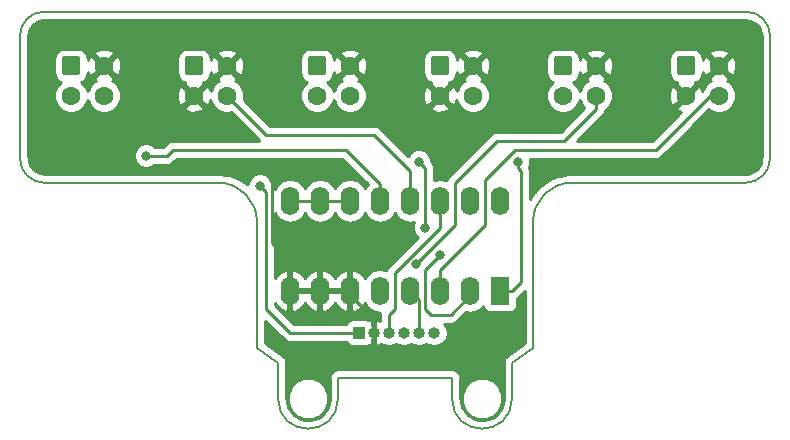
<source format=gbr>
%TF.GenerationSoftware,KiCad,Pcbnew,(5.0.1-3-g963ef8bb5)*%
%TF.CreationDate,2018-11-27T10:46:30+01:00*%
%TF.ProjectId,sensores,73656E736F7265732E6B696361645F70,rev?*%
%TF.SameCoordinates,Original*%
%TF.FileFunction,Copper,L1,Top,Signal*%
%TF.FilePolarity,Positive*%
%FSLAX46Y46*%
G04 Gerber Fmt 4.6, Leading zero omitted, Abs format (unit mm)*
G04 Created by KiCad (PCBNEW (5.0.1-3-g963ef8bb5)) date 2018 November 27, Tuesday 10:46:30*
%MOMM*%
%LPD*%
G01*
G04 APERTURE LIST*
%ADD10C,0.150000*%
%ADD11C,0.200000*%
%ADD12R,1.000000X1.000000*%
%ADD13O,1.000000X1.000000*%
%ADD14C,1.600000*%
%ADD15C,0.100000*%
%ADD16R,1.600000X2.400000*%
%ADD17O,1.600000X2.400000*%
%ADD18C,0.800000*%
%ADD19C,0.250000*%
%ADD20C,0.254000*%
G04 APERTURE END LIST*
D10*
X134620000Y-95504000D02*
X134620000Y-97282000D01*
X124968000Y-95504000D02*
X124968000Y-97282000D01*
X124968000Y-95504000D02*
X134620000Y-95504000D01*
X139700000Y-97282000D02*
G75*
G02X134620000Y-97282000I-2540000J0D01*
G01*
X124968000Y-97282000D02*
G75*
G02X119888000Y-97282000I-2540000J0D01*
G01*
X141478000Y-82296000D02*
X141478000Y-92964000D01*
X118110000Y-82296000D02*
X118110000Y-92964000D01*
X100076000Y-78994000D02*
X114808000Y-78994000D01*
X98044000Y-66548000D02*
X98044000Y-76962000D01*
X159512000Y-64516000D02*
X100076000Y-64516000D01*
X161544000Y-76962000D02*
X161544000Y-66548000D01*
X144780000Y-78994000D02*
X159512000Y-78994000D01*
D11*
X141478000Y-82296000D02*
G75*
G02X144780000Y-78994000I3302000J0D01*
G01*
X114808000Y-78994000D02*
G75*
G02X118110000Y-82296000I0J-3302000D01*
G01*
X100076000Y-78994000D02*
G75*
G02X98044000Y-76962000I0J2032000D01*
G01*
X161544000Y-76962000D02*
G75*
G02X159512000Y-78994000I-2032000J0D01*
G01*
D10*
X159512000Y-64516000D02*
G75*
G02X161544000Y-66548000I0J-2032000D01*
G01*
X98044000Y-66548000D02*
G75*
G02X100076000Y-64516000I2032000J0D01*
G01*
X118110000Y-92964000D02*
X119888000Y-94234000D01*
X139700000Y-94234000D02*
X141478000Y-92964000D01*
X139700000Y-94234000D02*
X139700000Y-97282000D01*
X119888000Y-94234000D02*
X119888000Y-97282000D01*
D12*
X126746000Y-91694000D03*
D13*
X128016000Y-91694000D03*
X129286000Y-91694000D03*
X130556000Y-91694000D03*
X131826000Y-91694000D03*
X133096000Y-91694000D03*
D14*
X105162000Y-69088000D03*
X105162000Y-71628000D03*
X102362000Y-71628000D03*
D15*
G36*
X102936865Y-68289202D02*
X102961095Y-68292796D01*
X102984855Y-68298748D01*
X103007918Y-68307000D01*
X103030061Y-68317472D01*
X103051070Y-68330065D01*
X103070745Y-68344657D01*
X103088894Y-68361106D01*
X103105343Y-68379255D01*
X103119935Y-68398930D01*
X103132528Y-68419939D01*
X103143000Y-68442082D01*
X103151252Y-68465145D01*
X103157204Y-68488905D01*
X103160798Y-68513135D01*
X103162000Y-68537600D01*
X103162000Y-69638400D01*
X103160798Y-69662865D01*
X103157204Y-69687095D01*
X103151252Y-69710855D01*
X103143000Y-69733918D01*
X103132528Y-69756061D01*
X103119935Y-69777070D01*
X103105343Y-69796745D01*
X103088894Y-69814894D01*
X103070745Y-69831343D01*
X103051070Y-69845935D01*
X103030061Y-69858528D01*
X103007918Y-69869000D01*
X102984855Y-69877252D01*
X102961095Y-69883204D01*
X102936865Y-69886798D01*
X102912400Y-69888000D01*
X101811600Y-69888000D01*
X101787135Y-69886798D01*
X101762905Y-69883204D01*
X101739145Y-69877252D01*
X101716082Y-69869000D01*
X101693939Y-69858528D01*
X101672930Y-69845935D01*
X101653255Y-69831343D01*
X101635106Y-69814894D01*
X101618657Y-69796745D01*
X101604065Y-69777070D01*
X101591472Y-69756061D01*
X101581000Y-69733918D01*
X101572748Y-69710855D01*
X101566796Y-69687095D01*
X101563202Y-69662865D01*
X101562000Y-69638400D01*
X101562000Y-68537600D01*
X101563202Y-68513135D01*
X101566796Y-68488905D01*
X101572748Y-68465145D01*
X101581000Y-68442082D01*
X101591472Y-68419939D01*
X101604065Y-68398930D01*
X101618657Y-68379255D01*
X101635106Y-68361106D01*
X101653255Y-68344657D01*
X101672930Y-68330065D01*
X101693939Y-68317472D01*
X101716082Y-68307000D01*
X101739145Y-68298748D01*
X101762905Y-68292796D01*
X101787135Y-68289202D01*
X101811600Y-68288000D01*
X102912400Y-68288000D01*
X102936865Y-68289202D01*
X102936865Y-68289202D01*
G37*
D14*
X102362000Y-69088000D03*
D15*
G36*
X113350865Y-68289202D02*
X113375095Y-68292796D01*
X113398855Y-68298748D01*
X113421918Y-68307000D01*
X113444061Y-68317472D01*
X113465070Y-68330065D01*
X113484745Y-68344657D01*
X113502894Y-68361106D01*
X113519343Y-68379255D01*
X113533935Y-68398930D01*
X113546528Y-68419939D01*
X113557000Y-68442082D01*
X113565252Y-68465145D01*
X113571204Y-68488905D01*
X113574798Y-68513135D01*
X113576000Y-68537600D01*
X113576000Y-69638400D01*
X113574798Y-69662865D01*
X113571204Y-69687095D01*
X113565252Y-69710855D01*
X113557000Y-69733918D01*
X113546528Y-69756061D01*
X113533935Y-69777070D01*
X113519343Y-69796745D01*
X113502894Y-69814894D01*
X113484745Y-69831343D01*
X113465070Y-69845935D01*
X113444061Y-69858528D01*
X113421918Y-69869000D01*
X113398855Y-69877252D01*
X113375095Y-69883204D01*
X113350865Y-69886798D01*
X113326400Y-69888000D01*
X112225600Y-69888000D01*
X112201135Y-69886798D01*
X112176905Y-69883204D01*
X112153145Y-69877252D01*
X112130082Y-69869000D01*
X112107939Y-69858528D01*
X112086930Y-69845935D01*
X112067255Y-69831343D01*
X112049106Y-69814894D01*
X112032657Y-69796745D01*
X112018065Y-69777070D01*
X112005472Y-69756061D01*
X111995000Y-69733918D01*
X111986748Y-69710855D01*
X111980796Y-69687095D01*
X111977202Y-69662865D01*
X111976000Y-69638400D01*
X111976000Y-68537600D01*
X111977202Y-68513135D01*
X111980796Y-68488905D01*
X111986748Y-68465145D01*
X111995000Y-68442082D01*
X112005472Y-68419939D01*
X112018065Y-68398930D01*
X112032657Y-68379255D01*
X112049106Y-68361106D01*
X112067255Y-68344657D01*
X112086930Y-68330065D01*
X112107939Y-68317472D01*
X112130082Y-68307000D01*
X112153145Y-68298748D01*
X112176905Y-68292796D01*
X112201135Y-68289202D01*
X112225600Y-68288000D01*
X113326400Y-68288000D01*
X113350865Y-68289202D01*
X113350865Y-68289202D01*
G37*
D14*
X112776000Y-69088000D03*
X112776000Y-71628000D03*
X115576000Y-71628000D03*
X115576000Y-69088000D03*
X125990000Y-69088000D03*
X125990000Y-71628000D03*
X123190000Y-71628000D03*
D15*
G36*
X123764865Y-68289202D02*
X123789095Y-68292796D01*
X123812855Y-68298748D01*
X123835918Y-68307000D01*
X123858061Y-68317472D01*
X123879070Y-68330065D01*
X123898745Y-68344657D01*
X123916894Y-68361106D01*
X123933343Y-68379255D01*
X123947935Y-68398930D01*
X123960528Y-68419939D01*
X123971000Y-68442082D01*
X123979252Y-68465145D01*
X123985204Y-68488905D01*
X123988798Y-68513135D01*
X123990000Y-68537600D01*
X123990000Y-69638400D01*
X123988798Y-69662865D01*
X123985204Y-69687095D01*
X123979252Y-69710855D01*
X123971000Y-69733918D01*
X123960528Y-69756061D01*
X123947935Y-69777070D01*
X123933343Y-69796745D01*
X123916894Y-69814894D01*
X123898745Y-69831343D01*
X123879070Y-69845935D01*
X123858061Y-69858528D01*
X123835918Y-69869000D01*
X123812855Y-69877252D01*
X123789095Y-69883204D01*
X123764865Y-69886798D01*
X123740400Y-69888000D01*
X122639600Y-69888000D01*
X122615135Y-69886798D01*
X122590905Y-69883204D01*
X122567145Y-69877252D01*
X122544082Y-69869000D01*
X122521939Y-69858528D01*
X122500930Y-69845935D01*
X122481255Y-69831343D01*
X122463106Y-69814894D01*
X122446657Y-69796745D01*
X122432065Y-69777070D01*
X122419472Y-69756061D01*
X122409000Y-69733918D01*
X122400748Y-69710855D01*
X122394796Y-69687095D01*
X122391202Y-69662865D01*
X122390000Y-69638400D01*
X122390000Y-68537600D01*
X122391202Y-68513135D01*
X122394796Y-68488905D01*
X122400748Y-68465145D01*
X122409000Y-68442082D01*
X122419472Y-68419939D01*
X122432065Y-68398930D01*
X122446657Y-68379255D01*
X122463106Y-68361106D01*
X122481255Y-68344657D01*
X122500930Y-68330065D01*
X122521939Y-68317472D01*
X122544082Y-68307000D01*
X122567145Y-68298748D01*
X122590905Y-68292796D01*
X122615135Y-68289202D01*
X122639600Y-68288000D01*
X123740400Y-68288000D01*
X123764865Y-68289202D01*
X123764865Y-68289202D01*
G37*
D14*
X123190000Y-69088000D03*
D15*
G36*
X134178865Y-68289202D02*
X134203095Y-68292796D01*
X134226855Y-68298748D01*
X134249918Y-68307000D01*
X134272061Y-68317472D01*
X134293070Y-68330065D01*
X134312745Y-68344657D01*
X134330894Y-68361106D01*
X134347343Y-68379255D01*
X134361935Y-68398930D01*
X134374528Y-68419939D01*
X134385000Y-68442082D01*
X134393252Y-68465145D01*
X134399204Y-68488905D01*
X134402798Y-68513135D01*
X134404000Y-68537600D01*
X134404000Y-69638400D01*
X134402798Y-69662865D01*
X134399204Y-69687095D01*
X134393252Y-69710855D01*
X134385000Y-69733918D01*
X134374528Y-69756061D01*
X134361935Y-69777070D01*
X134347343Y-69796745D01*
X134330894Y-69814894D01*
X134312745Y-69831343D01*
X134293070Y-69845935D01*
X134272061Y-69858528D01*
X134249918Y-69869000D01*
X134226855Y-69877252D01*
X134203095Y-69883204D01*
X134178865Y-69886798D01*
X134154400Y-69888000D01*
X133053600Y-69888000D01*
X133029135Y-69886798D01*
X133004905Y-69883204D01*
X132981145Y-69877252D01*
X132958082Y-69869000D01*
X132935939Y-69858528D01*
X132914930Y-69845935D01*
X132895255Y-69831343D01*
X132877106Y-69814894D01*
X132860657Y-69796745D01*
X132846065Y-69777070D01*
X132833472Y-69756061D01*
X132823000Y-69733918D01*
X132814748Y-69710855D01*
X132808796Y-69687095D01*
X132805202Y-69662865D01*
X132804000Y-69638400D01*
X132804000Y-68537600D01*
X132805202Y-68513135D01*
X132808796Y-68488905D01*
X132814748Y-68465145D01*
X132823000Y-68442082D01*
X132833472Y-68419939D01*
X132846065Y-68398930D01*
X132860657Y-68379255D01*
X132877106Y-68361106D01*
X132895255Y-68344657D01*
X132914930Y-68330065D01*
X132935939Y-68317472D01*
X132958082Y-68307000D01*
X132981145Y-68298748D01*
X133004905Y-68292796D01*
X133029135Y-68289202D01*
X133053600Y-68288000D01*
X134154400Y-68288000D01*
X134178865Y-68289202D01*
X134178865Y-68289202D01*
G37*
D14*
X133604000Y-69088000D03*
X133604000Y-71628000D03*
X136404000Y-71628000D03*
X136404000Y-69088000D03*
X146818000Y-69088000D03*
X146818000Y-71628000D03*
X144018000Y-71628000D03*
D15*
G36*
X144592865Y-68289202D02*
X144617095Y-68292796D01*
X144640855Y-68298748D01*
X144663918Y-68307000D01*
X144686061Y-68317472D01*
X144707070Y-68330065D01*
X144726745Y-68344657D01*
X144744894Y-68361106D01*
X144761343Y-68379255D01*
X144775935Y-68398930D01*
X144788528Y-68419939D01*
X144799000Y-68442082D01*
X144807252Y-68465145D01*
X144813204Y-68488905D01*
X144816798Y-68513135D01*
X144818000Y-68537600D01*
X144818000Y-69638400D01*
X144816798Y-69662865D01*
X144813204Y-69687095D01*
X144807252Y-69710855D01*
X144799000Y-69733918D01*
X144788528Y-69756061D01*
X144775935Y-69777070D01*
X144761343Y-69796745D01*
X144744894Y-69814894D01*
X144726745Y-69831343D01*
X144707070Y-69845935D01*
X144686061Y-69858528D01*
X144663918Y-69869000D01*
X144640855Y-69877252D01*
X144617095Y-69883204D01*
X144592865Y-69886798D01*
X144568400Y-69888000D01*
X143467600Y-69888000D01*
X143443135Y-69886798D01*
X143418905Y-69883204D01*
X143395145Y-69877252D01*
X143372082Y-69869000D01*
X143349939Y-69858528D01*
X143328930Y-69845935D01*
X143309255Y-69831343D01*
X143291106Y-69814894D01*
X143274657Y-69796745D01*
X143260065Y-69777070D01*
X143247472Y-69756061D01*
X143237000Y-69733918D01*
X143228748Y-69710855D01*
X143222796Y-69687095D01*
X143219202Y-69662865D01*
X143218000Y-69638400D01*
X143218000Y-68537600D01*
X143219202Y-68513135D01*
X143222796Y-68488905D01*
X143228748Y-68465145D01*
X143237000Y-68442082D01*
X143247472Y-68419939D01*
X143260065Y-68398930D01*
X143274657Y-68379255D01*
X143291106Y-68361106D01*
X143309255Y-68344657D01*
X143328930Y-68330065D01*
X143349939Y-68317472D01*
X143372082Y-68307000D01*
X143395145Y-68298748D01*
X143418905Y-68292796D01*
X143443135Y-68289202D01*
X143467600Y-68288000D01*
X144568400Y-68288000D01*
X144592865Y-68289202D01*
X144592865Y-68289202D01*
G37*
D14*
X144018000Y-69088000D03*
D15*
G36*
X155006865Y-68289202D02*
X155031095Y-68292796D01*
X155054855Y-68298748D01*
X155077918Y-68307000D01*
X155100061Y-68317472D01*
X155121070Y-68330065D01*
X155140745Y-68344657D01*
X155158894Y-68361106D01*
X155175343Y-68379255D01*
X155189935Y-68398930D01*
X155202528Y-68419939D01*
X155213000Y-68442082D01*
X155221252Y-68465145D01*
X155227204Y-68488905D01*
X155230798Y-68513135D01*
X155232000Y-68537600D01*
X155232000Y-69638400D01*
X155230798Y-69662865D01*
X155227204Y-69687095D01*
X155221252Y-69710855D01*
X155213000Y-69733918D01*
X155202528Y-69756061D01*
X155189935Y-69777070D01*
X155175343Y-69796745D01*
X155158894Y-69814894D01*
X155140745Y-69831343D01*
X155121070Y-69845935D01*
X155100061Y-69858528D01*
X155077918Y-69869000D01*
X155054855Y-69877252D01*
X155031095Y-69883204D01*
X155006865Y-69886798D01*
X154982400Y-69888000D01*
X153881600Y-69888000D01*
X153857135Y-69886798D01*
X153832905Y-69883204D01*
X153809145Y-69877252D01*
X153786082Y-69869000D01*
X153763939Y-69858528D01*
X153742930Y-69845935D01*
X153723255Y-69831343D01*
X153705106Y-69814894D01*
X153688657Y-69796745D01*
X153674065Y-69777070D01*
X153661472Y-69756061D01*
X153651000Y-69733918D01*
X153642748Y-69710855D01*
X153636796Y-69687095D01*
X153633202Y-69662865D01*
X153632000Y-69638400D01*
X153632000Y-68537600D01*
X153633202Y-68513135D01*
X153636796Y-68488905D01*
X153642748Y-68465145D01*
X153651000Y-68442082D01*
X153661472Y-68419939D01*
X153674065Y-68398930D01*
X153688657Y-68379255D01*
X153705106Y-68361106D01*
X153723255Y-68344657D01*
X153742930Y-68330065D01*
X153763939Y-68317472D01*
X153786082Y-68307000D01*
X153809145Y-68298748D01*
X153832905Y-68292796D01*
X153857135Y-68289202D01*
X153881600Y-68288000D01*
X154982400Y-68288000D01*
X155006865Y-68289202D01*
X155006865Y-68289202D01*
G37*
D14*
X154432000Y-69088000D03*
X154432000Y-71628000D03*
X157232000Y-71628000D03*
X157232000Y-69088000D03*
D16*
X138684000Y-88138000D03*
D17*
X120904000Y-80518000D03*
X136144000Y-88138000D03*
X123444000Y-80518000D03*
X133604000Y-88138000D03*
X125984000Y-80518000D03*
X131064000Y-88138000D03*
X128524000Y-80518000D03*
X128524000Y-88138000D03*
X131064000Y-80518000D03*
X125984000Y-88138000D03*
X133604000Y-80518000D03*
X123444000Y-88138000D03*
X136144000Y-80518000D03*
X120904000Y-88138000D03*
X138684000Y-80518000D03*
D18*
X118364000Y-79248000D03*
X119380000Y-78232000D03*
X108712000Y-76708000D03*
X140208000Y-77216000D03*
X131820000Y-77210000D03*
X132334000Y-82804000D03*
X133604000Y-85090000D03*
X131576653Y-85856653D03*
D19*
X118872000Y-89662000D02*
X118872000Y-79756000D01*
X118872000Y-79756000D02*
X118364000Y-79248000D01*
X120904000Y-91694000D02*
X118872000Y-89662000D01*
X126746000Y-91694000D02*
X120904000Y-91694000D01*
X120904000Y-88138000D02*
X123444000Y-88138000D01*
X123444000Y-88138000D02*
X125984000Y-88138000D01*
X128016000Y-90986894D02*
X128016000Y-91694000D01*
X125984000Y-88538000D02*
X128016000Y-90570000D01*
X128016000Y-90570000D02*
X128016000Y-90986894D01*
X125984000Y-88138000D02*
X125984000Y-88538000D01*
X120904000Y-85598000D02*
X120904000Y-88138000D01*
X119380000Y-84074000D02*
X120904000Y-85598000D01*
X119380000Y-78232000D02*
X119380000Y-84074000D01*
X129794000Y-86614000D02*
X133604000Y-82804000D01*
X129794000Y-89662000D02*
X129794000Y-86614000D01*
X129286000Y-90170000D02*
X129794000Y-89662000D01*
X133604000Y-82804000D02*
X133604000Y-80518000D01*
X129286000Y-91694000D02*
X129286000Y-90170000D01*
X131826000Y-88900000D02*
X131064000Y-88138000D01*
X131826000Y-91694000D02*
X131826000Y-88900000D01*
X125984000Y-80518000D02*
X123444000Y-80518000D01*
X123444000Y-80518000D02*
X120904000Y-80518000D01*
X115576000Y-71628000D02*
X118878000Y-74930000D01*
X118878000Y-74930000D02*
X128016000Y-74930000D01*
X131064000Y-77978000D02*
X131064000Y-80518000D01*
X128016000Y-74930000D02*
X131064000Y-77978000D01*
X110490000Y-76708000D02*
X108712000Y-76708000D01*
X110998000Y-76200000D02*
X110490000Y-76708000D01*
X125656000Y-76200000D02*
X110998000Y-76200000D01*
X128524000Y-79068000D02*
X125656000Y-76200000D01*
X128524000Y-80518000D02*
X128524000Y-79068000D01*
X139734000Y-88138000D02*
X138684000Y-88138000D01*
X140462000Y-87410000D02*
X139734000Y-88138000D01*
X140462000Y-78035685D02*
X140462000Y-87410000D01*
X140208000Y-77781685D02*
X140462000Y-78035685D01*
X140208000Y-77216000D02*
X140208000Y-77781685D01*
X131820000Y-77210000D02*
X132334000Y-77724000D01*
X132334000Y-77724000D02*
X132334000Y-82804000D01*
X133604000Y-85090000D02*
X132334000Y-86360000D01*
X132334000Y-86360000D02*
X132334000Y-89662000D01*
X132334000Y-89662000D02*
X132842000Y-90170000D01*
X136144000Y-88538000D02*
X136144000Y-88138000D01*
X134512000Y-90170000D02*
X136144000Y-88538000D01*
X132842000Y-90170000D02*
X134512000Y-90170000D01*
X131572000Y-85852000D02*
X131576653Y-85856653D01*
X134874000Y-82550000D02*
X132334000Y-85090000D01*
X132334000Y-85090000D02*
X131576653Y-85856653D01*
X134874000Y-78994000D02*
X134874000Y-82550000D01*
X144139370Y-75438000D02*
X138430000Y-75438000D01*
X138430000Y-75438000D02*
X134874000Y-78994000D01*
X146818000Y-72759370D02*
X144139370Y-75438000D01*
X146818000Y-71628000D02*
X146818000Y-72759370D01*
X133604000Y-86360000D02*
X133604000Y-88138000D01*
X137414000Y-82550000D02*
X133604000Y-86360000D01*
X137414000Y-78740000D02*
X137414000Y-82550000D01*
X151892000Y-76200000D02*
X139954000Y-76200000D01*
X139954000Y-76200000D02*
X137414000Y-78740000D01*
X154432000Y-73666000D02*
X154426000Y-73666000D01*
X154426000Y-73666000D02*
X151892000Y-76200000D01*
X156470000Y-71628000D02*
X154432000Y-73666000D01*
D20*
G36*
X119869424Y-81952577D02*
X120344092Y-82269740D01*
X120904000Y-82381113D01*
X121463909Y-82269740D01*
X121938577Y-81952577D01*
X122174000Y-81600241D01*
X122409424Y-81952577D01*
X122884092Y-82269740D01*
X123444000Y-82381113D01*
X124003909Y-82269740D01*
X124478577Y-81952577D01*
X124714000Y-81600241D01*
X124949424Y-81952577D01*
X125424092Y-82269740D01*
X125984000Y-82381113D01*
X126543909Y-82269740D01*
X127018577Y-81952577D01*
X127254000Y-81600241D01*
X127489424Y-81952577D01*
X127964092Y-82269740D01*
X128524000Y-82381113D01*
X129083909Y-82269740D01*
X129558577Y-81952577D01*
X129794000Y-81600241D01*
X130029424Y-81952577D01*
X130504092Y-82269740D01*
X131064000Y-82381113D01*
X131418061Y-82310686D01*
X131299000Y-82598126D01*
X131299000Y-83009874D01*
X131456569Y-83390280D01*
X131699744Y-83633455D01*
X129309528Y-86023671D01*
X129246072Y-86066071D01*
X129203672Y-86129527D01*
X129203671Y-86129528D01*
X129078097Y-86317463D01*
X129065154Y-86382530D01*
X128524000Y-86274887D01*
X127964091Y-86386260D01*
X127489423Y-86703424D01*
X127251501Y-87059499D01*
X126908896Y-86633500D01*
X126415819Y-86363633D01*
X126333039Y-86346096D01*
X126111000Y-86468085D01*
X126111000Y-88011000D01*
X126131000Y-88011000D01*
X126131000Y-88265000D01*
X126111000Y-88265000D01*
X126111000Y-89807915D01*
X126333039Y-89929904D01*
X126415819Y-89912367D01*
X126908896Y-89642500D01*
X127251501Y-89216501D01*
X127489424Y-89572577D01*
X127964092Y-89889740D01*
X128524000Y-90001113D01*
X128545559Y-89996825D01*
X128511112Y-90170000D01*
X128526001Y-90244851D01*
X128526001Y-90686079D01*
X128317874Y-90599881D01*
X128143000Y-90726046D01*
X128143000Y-91567000D01*
X128154027Y-91567000D01*
X128128765Y-91694000D01*
X128154027Y-91821000D01*
X128143000Y-91821000D01*
X128143000Y-92661954D01*
X128317874Y-92788119D01*
X128576209Y-92681127D01*
X128639090Y-92626801D01*
X128843145Y-92763146D01*
X129174217Y-92829000D01*
X129397783Y-92829000D01*
X129728855Y-92763146D01*
X129921000Y-92634759D01*
X130113145Y-92763146D01*
X130444217Y-92829000D01*
X130667783Y-92829000D01*
X130998855Y-92763146D01*
X131191000Y-92634759D01*
X131383145Y-92763146D01*
X131714217Y-92829000D01*
X131937783Y-92829000D01*
X132268855Y-92763146D01*
X132461000Y-92634759D01*
X132653145Y-92763146D01*
X132984217Y-92829000D01*
X133207783Y-92829000D01*
X133538855Y-92763146D01*
X133914289Y-92512289D01*
X134165146Y-92136855D01*
X134253235Y-91694000D01*
X134165146Y-91251145D01*
X133950564Y-90930000D01*
X134437153Y-90930000D01*
X134512000Y-90944888D01*
X134586847Y-90930000D01*
X134586852Y-90930000D01*
X134808537Y-90885904D01*
X135059929Y-90717929D01*
X135102331Y-90654470D01*
X135820114Y-89936688D01*
X136144000Y-90001113D01*
X136703909Y-89889740D01*
X137178577Y-89572577D01*
X137259215Y-89451894D01*
X137285843Y-89585765D01*
X137426191Y-89795809D01*
X137636235Y-89936157D01*
X137884000Y-89985440D01*
X139484000Y-89985440D01*
X139731765Y-89936157D01*
X139941809Y-89795809D01*
X140082157Y-89585765D01*
X140131440Y-89338000D01*
X140131440Y-88786483D01*
X140281929Y-88685929D01*
X140324331Y-88622471D01*
X140768001Y-88178802D01*
X140768001Y-92598621D01*
X139296314Y-93649826D01*
X139188119Y-93722120D01*
X139142303Y-93790688D01*
X139085839Y-93850791D01*
X139064585Y-93907001D01*
X139031195Y-93956973D01*
X139015106Y-94037859D01*
X138985941Y-94114991D01*
X138990000Y-94245048D01*
X138990001Y-97237326D01*
X138927042Y-97735699D01*
X138758697Y-98160889D01*
X138489899Y-98530859D01*
X138137541Y-98822355D01*
X137723756Y-99017067D01*
X137274553Y-99102757D01*
X136818149Y-99074043D01*
X136383228Y-98932728D01*
X135997110Y-98687691D01*
X135684065Y-98354332D01*
X135463756Y-97953590D01*
X135344414Y-97488783D01*
X135330000Y-97259686D01*
X135330000Y-96936887D01*
X135425000Y-96936887D01*
X135425000Y-97627113D01*
X135689138Y-98264799D01*
X136177201Y-98752862D01*
X136814887Y-99017000D01*
X137505113Y-99017000D01*
X138142799Y-98752862D01*
X138630862Y-98264799D01*
X138895000Y-97627113D01*
X138895000Y-96936887D01*
X138630862Y-96299201D01*
X138142799Y-95811138D01*
X137505113Y-95547000D01*
X136814887Y-95547000D01*
X136177201Y-95811138D01*
X135689138Y-96299201D01*
X135425000Y-96936887D01*
X135330000Y-96936887D01*
X135330000Y-95573926D01*
X135343909Y-95504000D01*
X135288805Y-95226972D01*
X135131881Y-94992119D01*
X134897028Y-94835195D01*
X134689926Y-94794000D01*
X134689925Y-94794000D01*
X134620000Y-94780091D01*
X134550074Y-94794000D01*
X125037925Y-94794000D01*
X124968000Y-94780091D01*
X124898074Y-94794000D01*
X124690972Y-94835195D01*
X124456119Y-94992119D01*
X124299195Y-95226972D01*
X124244091Y-95504000D01*
X124258000Y-95573926D01*
X124258001Y-97237326D01*
X124195042Y-97735699D01*
X124026697Y-98160889D01*
X123757899Y-98530859D01*
X123405541Y-98822355D01*
X122991756Y-99017067D01*
X122542553Y-99102757D01*
X122086149Y-99074043D01*
X121651228Y-98932728D01*
X121265110Y-98687691D01*
X120952065Y-98354332D01*
X120731756Y-97953590D01*
X120612414Y-97488783D01*
X120598000Y-97259686D01*
X120598000Y-96936887D01*
X120693000Y-96936887D01*
X120693000Y-97627113D01*
X120957138Y-98264799D01*
X121445201Y-98752862D01*
X122082887Y-99017000D01*
X122773113Y-99017000D01*
X123410799Y-98752862D01*
X123898862Y-98264799D01*
X124163000Y-97627113D01*
X124163000Y-96936887D01*
X123898862Y-96299201D01*
X123410799Y-95811138D01*
X122773113Y-95547000D01*
X122082887Y-95547000D01*
X121445201Y-95811138D01*
X120957138Y-96299201D01*
X120693000Y-96936887D01*
X120598000Y-96936887D01*
X120598000Y-94245047D01*
X120602059Y-94114990D01*
X120572894Y-94037856D01*
X120556805Y-93956972D01*
X120523417Y-93907004D01*
X120502162Y-93850790D01*
X120445694Y-93790684D01*
X120399880Y-93722119D01*
X120291688Y-93649827D01*
X118820000Y-92598622D01*
X118820000Y-90684801D01*
X120313671Y-92178473D01*
X120356071Y-92241929D01*
X120607463Y-92409904D01*
X120829148Y-92454000D01*
X120829153Y-92454000D01*
X120904000Y-92468888D01*
X120978847Y-92454000D01*
X125656018Y-92454000D01*
X125788191Y-92651809D01*
X125998235Y-92792157D01*
X126246000Y-92841440D01*
X127246000Y-92841440D01*
X127493765Y-92792157D01*
X127581817Y-92733322D01*
X127714126Y-92788119D01*
X127889000Y-92661954D01*
X127889000Y-92216322D01*
X127893440Y-92194000D01*
X127893440Y-91194000D01*
X127889000Y-91171678D01*
X127889000Y-90726046D01*
X127714126Y-90599881D01*
X127581817Y-90654678D01*
X127493765Y-90595843D01*
X127246000Y-90546560D01*
X126246000Y-90546560D01*
X125998235Y-90595843D01*
X125788191Y-90736191D01*
X125656018Y-90934000D01*
X121218802Y-90934000D01*
X119632000Y-89347199D01*
X119632000Y-89210906D01*
X119979104Y-89642500D01*
X120472181Y-89912367D01*
X120554961Y-89929904D01*
X120777000Y-89807915D01*
X120777000Y-88265000D01*
X121031000Y-88265000D01*
X121031000Y-89807915D01*
X121253039Y-89929904D01*
X121335819Y-89912367D01*
X121828896Y-89642500D01*
X122174000Y-89213393D01*
X122519104Y-89642500D01*
X123012181Y-89912367D01*
X123094961Y-89929904D01*
X123317000Y-89807915D01*
X123317000Y-88265000D01*
X123571000Y-88265000D01*
X123571000Y-89807915D01*
X123793039Y-89929904D01*
X123875819Y-89912367D01*
X124368896Y-89642500D01*
X124714000Y-89213393D01*
X125059104Y-89642500D01*
X125552181Y-89912367D01*
X125634961Y-89929904D01*
X125857000Y-89807915D01*
X125857000Y-88265000D01*
X123571000Y-88265000D01*
X123317000Y-88265000D01*
X121031000Y-88265000D01*
X120777000Y-88265000D01*
X120757000Y-88265000D01*
X120757000Y-88011000D01*
X120777000Y-88011000D01*
X120777000Y-86468085D01*
X121031000Y-86468085D01*
X121031000Y-88011000D01*
X123317000Y-88011000D01*
X123317000Y-86468085D01*
X123571000Y-86468085D01*
X123571000Y-88011000D01*
X125857000Y-88011000D01*
X125857000Y-86468085D01*
X125634961Y-86346096D01*
X125552181Y-86363633D01*
X125059104Y-86633500D01*
X124714000Y-87062607D01*
X124368896Y-86633500D01*
X123875819Y-86363633D01*
X123793039Y-86346096D01*
X123571000Y-86468085D01*
X123317000Y-86468085D01*
X123094961Y-86346096D01*
X123012181Y-86363633D01*
X122519104Y-86633500D01*
X122174000Y-87062607D01*
X121828896Y-86633500D01*
X121335819Y-86363633D01*
X121253039Y-86346096D01*
X121031000Y-86468085D01*
X120777000Y-86468085D01*
X120554961Y-86346096D01*
X120472181Y-86363633D01*
X119979104Y-86633500D01*
X119632000Y-87065094D01*
X119632000Y-81597248D01*
X119869424Y-81952577D01*
X119869424Y-81952577D01*
G37*
X119869424Y-81952577D02*
X120344092Y-82269740D01*
X120904000Y-82381113D01*
X121463909Y-82269740D01*
X121938577Y-81952577D01*
X122174000Y-81600241D01*
X122409424Y-81952577D01*
X122884092Y-82269740D01*
X123444000Y-82381113D01*
X124003909Y-82269740D01*
X124478577Y-81952577D01*
X124714000Y-81600241D01*
X124949424Y-81952577D01*
X125424092Y-82269740D01*
X125984000Y-82381113D01*
X126543909Y-82269740D01*
X127018577Y-81952577D01*
X127254000Y-81600241D01*
X127489424Y-81952577D01*
X127964092Y-82269740D01*
X128524000Y-82381113D01*
X129083909Y-82269740D01*
X129558577Y-81952577D01*
X129794000Y-81600241D01*
X130029424Y-81952577D01*
X130504092Y-82269740D01*
X131064000Y-82381113D01*
X131418061Y-82310686D01*
X131299000Y-82598126D01*
X131299000Y-83009874D01*
X131456569Y-83390280D01*
X131699744Y-83633455D01*
X129309528Y-86023671D01*
X129246072Y-86066071D01*
X129203672Y-86129527D01*
X129203671Y-86129528D01*
X129078097Y-86317463D01*
X129065154Y-86382530D01*
X128524000Y-86274887D01*
X127964091Y-86386260D01*
X127489423Y-86703424D01*
X127251501Y-87059499D01*
X126908896Y-86633500D01*
X126415819Y-86363633D01*
X126333039Y-86346096D01*
X126111000Y-86468085D01*
X126111000Y-88011000D01*
X126131000Y-88011000D01*
X126131000Y-88265000D01*
X126111000Y-88265000D01*
X126111000Y-89807915D01*
X126333039Y-89929904D01*
X126415819Y-89912367D01*
X126908896Y-89642500D01*
X127251501Y-89216501D01*
X127489424Y-89572577D01*
X127964092Y-89889740D01*
X128524000Y-90001113D01*
X128545559Y-89996825D01*
X128511112Y-90170000D01*
X128526001Y-90244851D01*
X128526001Y-90686079D01*
X128317874Y-90599881D01*
X128143000Y-90726046D01*
X128143000Y-91567000D01*
X128154027Y-91567000D01*
X128128765Y-91694000D01*
X128154027Y-91821000D01*
X128143000Y-91821000D01*
X128143000Y-92661954D01*
X128317874Y-92788119D01*
X128576209Y-92681127D01*
X128639090Y-92626801D01*
X128843145Y-92763146D01*
X129174217Y-92829000D01*
X129397783Y-92829000D01*
X129728855Y-92763146D01*
X129921000Y-92634759D01*
X130113145Y-92763146D01*
X130444217Y-92829000D01*
X130667783Y-92829000D01*
X130998855Y-92763146D01*
X131191000Y-92634759D01*
X131383145Y-92763146D01*
X131714217Y-92829000D01*
X131937783Y-92829000D01*
X132268855Y-92763146D01*
X132461000Y-92634759D01*
X132653145Y-92763146D01*
X132984217Y-92829000D01*
X133207783Y-92829000D01*
X133538855Y-92763146D01*
X133914289Y-92512289D01*
X134165146Y-92136855D01*
X134253235Y-91694000D01*
X134165146Y-91251145D01*
X133950564Y-90930000D01*
X134437153Y-90930000D01*
X134512000Y-90944888D01*
X134586847Y-90930000D01*
X134586852Y-90930000D01*
X134808537Y-90885904D01*
X135059929Y-90717929D01*
X135102331Y-90654470D01*
X135820114Y-89936688D01*
X136144000Y-90001113D01*
X136703909Y-89889740D01*
X137178577Y-89572577D01*
X137259215Y-89451894D01*
X137285843Y-89585765D01*
X137426191Y-89795809D01*
X137636235Y-89936157D01*
X137884000Y-89985440D01*
X139484000Y-89985440D01*
X139731765Y-89936157D01*
X139941809Y-89795809D01*
X140082157Y-89585765D01*
X140131440Y-89338000D01*
X140131440Y-88786483D01*
X140281929Y-88685929D01*
X140324331Y-88622471D01*
X140768001Y-88178802D01*
X140768001Y-92598621D01*
X139296314Y-93649826D01*
X139188119Y-93722120D01*
X139142303Y-93790688D01*
X139085839Y-93850791D01*
X139064585Y-93907001D01*
X139031195Y-93956973D01*
X139015106Y-94037859D01*
X138985941Y-94114991D01*
X138990000Y-94245048D01*
X138990001Y-97237326D01*
X138927042Y-97735699D01*
X138758697Y-98160889D01*
X138489899Y-98530859D01*
X138137541Y-98822355D01*
X137723756Y-99017067D01*
X137274553Y-99102757D01*
X136818149Y-99074043D01*
X136383228Y-98932728D01*
X135997110Y-98687691D01*
X135684065Y-98354332D01*
X135463756Y-97953590D01*
X135344414Y-97488783D01*
X135330000Y-97259686D01*
X135330000Y-96936887D01*
X135425000Y-96936887D01*
X135425000Y-97627113D01*
X135689138Y-98264799D01*
X136177201Y-98752862D01*
X136814887Y-99017000D01*
X137505113Y-99017000D01*
X138142799Y-98752862D01*
X138630862Y-98264799D01*
X138895000Y-97627113D01*
X138895000Y-96936887D01*
X138630862Y-96299201D01*
X138142799Y-95811138D01*
X137505113Y-95547000D01*
X136814887Y-95547000D01*
X136177201Y-95811138D01*
X135689138Y-96299201D01*
X135425000Y-96936887D01*
X135330000Y-96936887D01*
X135330000Y-95573926D01*
X135343909Y-95504000D01*
X135288805Y-95226972D01*
X135131881Y-94992119D01*
X134897028Y-94835195D01*
X134689926Y-94794000D01*
X134689925Y-94794000D01*
X134620000Y-94780091D01*
X134550074Y-94794000D01*
X125037925Y-94794000D01*
X124968000Y-94780091D01*
X124898074Y-94794000D01*
X124690972Y-94835195D01*
X124456119Y-94992119D01*
X124299195Y-95226972D01*
X124244091Y-95504000D01*
X124258000Y-95573926D01*
X124258001Y-97237326D01*
X124195042Y-97735699D01*
X124026697Y-98160889D01*
X123757899Y-98530859D01*
X123405541Y-98822355D01*
X122991756Y-99017067D01*
X122542553Y-99102757D01*
X122086149Y-99074043D01*
X121651228Y-98932728D01*
X121265110Y-98687691D01*
X120952065Y-98354332D01*
X120731756Y-97953590D01*
X120612414Y-97488783D01*
X120598000Y-97259686D01*
X120598000Y-96936887D01*
X120693000Y-96936887D01*
X120693000Y-97627113D01*
X120957138Y-98264799D01*
X121445201Y-98752862D01*
X122082887Y-99017000D01*
X122773113Y-99017000D01*
X123410799Y-98752862D01*
X123898862Y-98264799D01*
X124163000Y-97627113D01*
X124163000Y-96936887D01*
X123898862Y-96299201D01*
X123410799Y-95811138D01*
X122773113Y-95547000D01*
X122082887Y-95547000D01*
X121445201Y-95811138D01*
X120957138Y-96299201D01*
X120693000Y-96936887D01*
X120598000Y-96936887D01*
X120598000Y-94245047D01*
X120602059Y-94114990D01*
X120572894Y-94037856D01*
X120556805Y-93956972D01*
X120523417Y-93907004D01*
X120502162Y-93850790D01*
X120445694Y-93790684D01*
X120399880Y-93722119D01*
X120291688Y-93649827D01*
X118820000Y-92598622D01*
X118820000Y-90684801D01*
X120313671Y-92178473D01*
X120356071Y-92241929D01*
X120607463Y-92409904D01*
X120829148Y-92454000D01*
X120829153Y-92454000D01*
X120904000Y-92468888D01*
X120978847Y-92454000D01*
X125656018Y-92454000D01*
X125788191Y-92651809D01*
X125998235Y-92792157D01*
X126246000Y-92841440D01*
X127246000Y-92841440D01*
X127493765Y-92792157D01*
X127581817Y-92733322D01*
X127714126Y-92788119D01*
X127889000Y-92661954D01*
X127889000Y-92216322D01*
X127893440Y-92194000D01*
X127893440Y-91194000D01*
X127889000Y-91171678D01*
X127889000Y-90726046D01*
X127714126Y-90599881D01*
X127581817Y-90654678D01*
X127493765Y-90595843D01*
X127246000Y-90546560D01*
X126246000Y-90546560D01*
X125998235Y-90595843D01*
X125788191Y-90736191D01*
X125656018Y-90934000D01*
X121218802Y-90934000D01*
X119632000Y-89347199D01*
X119632000Y-89210906D01*
X119979104Y-89642500D01*
X120472181Y-89912367D01*
X120554961Y-89929904D01*
X120777000Y-89807915D01*
X120777000Y-88265000D01*
X121031000Y-88265000D01*
X121031000Y-89807915D01*
X121253039Y-89929904D01*
X121335819Y-89912367D01*
X121828896Y-89642500D01*
X122174000Y-89213393D01*
X122519104Y-89642500D01*
X123012181Y-89912367D01*
X123094961Y-89929904D01*
X123317000Y-89807915D01*
X123317000Y-88265000D01*
X123571000Y-88265000D01*
X123571000Y-89807915D01*
X123793039Y-89929904D01*
X123875819Y-89912367D01*
X124368896Y-89642500D01*
X124714000Y-89213393D01*
X125059104Y-89642500D01*
X125552181Y-89912367D01*
X125634961Y-89929904D01*
X125857000Y-89807915D01*
X125857000Y-88265000D01*
X123571000Y-88265000D01*
X123317000Y-88265000D01*
X121031000Y-88265000D01*
X120777000Y-88265000D01*
X120757000Y-88265000D01*
X120757000Y-88011000D01*
X120777000Y-88011000D01*
X120777000Y-86468085D01*
X121031000Y-86468085D01*
X121031000Y-88011000D01*
X123317000Y-88011000D01*
X123317000Y-86468085D01*
X123571000Y-86468085D01*
X123571000Y-88011000D01*
X125857000Y-88011000D01*
X125857000Y-86468085D01*
X125634961Y-86346096D01*
X125552181Y-86363633D01*
X125059104Y-86633500D01*
X124714000Y-87062607D01*
X124368896Y-86633500D01*
X123875819Y-86363633D01*
X123793039Y-86346096D01*
X123571000Y-86468085D01*
X123317000Y-86468085D01*
X123094961Y-86346096D01*
X123012181Y-86363633D01*
X122519104Y-86633500D01*
X122174000Y-87062607D01*
X121828896Y-86633500D01*
X121335819Y-86363633D01*
X121253039Y-86346096D01*
X121031000Y-86468085D01*
X120777000Y-86468085D01*
X120554961Y-86346096D01*
X120472181Y-86363633D01*
X119979104Y-86633500D01*
X119632000Y-87065094D01*
X119632000Y-81597248D01*
X119869424Y-81952577D01*
G36*
X159881009Y-65286090D02*
X160220352Y-65440381D01*
X160502752Y-65683712D01*
X160705506Y-65996523D01*
X160819348Y-66377184D01*
X160834001Y-66574363D01*
X160834000Y-76795773D01*
X160817751Y-76848922D01*
X160816423Y-76857802D01*
X160749669Y-77323922D01*
X160598343Y-77656746D01*
X160359687Y-77933720D01*
X160052885Y-78132579D01*
X159678252Y-78244618D01*
X159457530Y-78261021D01*
X159353016Y-78284000D01*
X144956856Y-78284000D01*
X144841502Y-78261578D01*
X144759476Y-78259287D01*
X144575153Y-78264436D01*
X144566215Y-78265660D01*
X144557211Y-78265157D01*
X144475633Y-78274018D01*
X143771983Y-78390506D01*
X143734871Y-78400868D01*
X143696844Y-78407027D01*
X143619072Y-78433200D01*
X142956850Y-78698070D01*
X142922834Y-78716157D01*
X142887011Y-78730340D01*
X142816673Y-78772603D01*
X142226776Y-79173497D01*
X142197432Y-79198471D01*
X142165498Y-79220011D01*
X142105876Y-79276391D01*
X141615826Y-79794605D01*
X141592533Y-79825292D01*
X141565964Y-79853193D01*
X141519840Y-79921061D01*
X141222000Y-80416750D01*
X141222000Y-78110531D01*
X141236888Y-78035684D01*
X141222000Y-77960837D01*
X141222000Y-77960833D01*
X141177904Y-77739148D01*
X141136962Y-77677874D01*
X141243000Y-77421874D01*
X141243000Y-77010126D01*
X141222237Y-76960000D01*
X151817153Y-76960000D01*
X151892000Y-76974888D01*
X151966847Y-76960000D01*
X151966852Y-76960000D01*
X152188537Y-76915904D01*
X152439929Y-76747929D01*
X152482331Y-76684470D01*
X154898391Y-74268411D01*
X154979929Y-74213929D01*
X155022331Y-74150470D01*
X156373703Y-72799099D01*
X156419138Y-72844534D01*
X156946561Y-73063000D01*
X157517439Y-73063000D01*
X158044862Y-72844534D01*
X158448534Y-72440862D01*
X158667000Y-71913439D01*
X158667000Y-71342561D01*
X158448534Y-70815138D01*
X158044862Y-70411466D01*
X157931417Y-70364475D01*
X157986005Y-70341864D01*
X158060139Y-70095745D01*
X157232000Y-69267605D01*
X156403861Y-70095745D01*
X156477995Y-70341864D01*
X156536448Y-70362874D01*
X156419138Y-70411466D01*
X156015466Y-70815138D01*
X155879281Y-71143917D01*
X155821573Y-71201625D01*
X155685864Y-70873995D01*
X155439745Y-70799861D01*
X154611605Y-71628000D01*
X154625748Y-71642142D01*
X154446143Y-71821748D01*
X154432000Y-71807605D01*
X153603861Y-72635745D01*
X153677995Y-72881864D01*
X154018827Y-73004372D01*
X153959612Y-73063587D01*
X153878071Y-73118071D01*
X153835671Y-73181527D01*
X151577199Y-75440000D01*
X145212171Y-75440000D01*
X147302473Y-73349699D01*
X147365929Y-73307299D01*
X147533904Y-73055907D01*
X147571018Y-72869322D01*
X147630862Y-72844534D01*
X148034534Y-72440862D01*
X148253000Y-71913439D01*
X148253000Y-71411223D01*
X152985035Y-71411223D01*
X153012222Y-71981454D01*
X153178136Y-72382005D01*
X153424255Y-72456139D01*
X154252395Y-71628000D01*
X153424255Y-70799861D01*
X153178136Y-70873995D01*
X152985035Y-71411223D01*
X148253000Y-71411223D01*
X148253000Y-71342561D01*
X148034534Y-70815138D01*
X147630862Y-70411466D01*
X147517417Y-70364475D01*
X147572005Y-70341864D01*
X147646139Y-70095745D01*
X146818000Y-69267605D01*
X145989861Y-70095745D01*
X146063995Y-70341864D01*
X146122448Y-70362874D01*
X146005138Y-70411466D01*
X145601466Y-70815138D01*
X145418000Y-71258064D01*
X145234534Y-70815138D01*
X144890722Y-70471326D01*
X144911682Y-70467157D01*
X145202703Y-70272703D01*
X145397157Y-69981682D01*
X145465440Y-69638400D01*
X145465440Y-69603732D01*
X145564136Y-69842005D01*
X145810255Y-69916139D01*
X146638395Y-69088000D01*
X146997605Y-69088000D01*
X147825745Y-69916139D01*
X148071864Y-69842005D01*
X148264965Y-69304777D01*
X148237778Y-68734546D01*
X148156201Y-68537600D01*
X152984560Y-68537600D01*
X152984560Y-69638400D01*
X153052843Y-69981682D01*
X153247297Y-70272703D01*
X153538318Y-70467157D01*
X153643664Y-70488112D01*
X153603861Y-70620255D01*
X154432000Y-71448395D01*
X155260139Y-70620255D01*
X155220336Y-70488112D01*
X155325682Y-70467157D01*
X155616703Y-70272703D01*
X155811157Y-69981682D01*
X155879440Y-69638400D01*
X155879440Y-69603732D01*
X155978136Y-69842005D01*
X156224255Y-69916139D01*
X157052395Y-69088000D01*
X157411605Y-69088000D01*
X158239745Y-69916139D01*
X158485864Y-69842005D01*
X158678965Y-69304777D01*
X158651778Y-68734546D01*
X158485864Y-68333995D01*
X158239745Y-68259861D01*
X157411605Y-69088000D01*
X157052395Y-69088000D01*
X156224255Y-68259861D01*
X155978136Y-68333995D01*
X155879440Y-68608578D01*
X155879440Y-68537600D01*
X155811157Y-68194318D01*
X155734943Y-68080255D01*
X156403861Y-68080255D01*
X157232000Y-68908395D01*
X158060139Y-68080255D01*
X157986005Y-67834136D01*
X157448777Y-67641035D01*
X156878546Y-67668222D01*
X156477995Y-67834136D01*
X156403861Y-68080255D01*
X155734943Y-68080255D01*
X155616703Y-67903297D01*
X155325682Y-67708843D01*
X154982400Y-67640560D01*
X153881600Y-67640560D01*
X153538318Y-67708843D01*
X153247297Y-67903297D01*
X153052843Y-68194318D01*
X152984560Y-68537600D01*
X148156201Y-68537600D01*
X148071864Y-68333995D01*
X147825745Y-68259861D01*
X146997605Y-69088000D01*
X146638395Y-69088000D01*
X145810255Y-68259861D01*
X145564136Y-68333995D01*
X145465440Y-68608578D01*
X145465440Y-68537600D01*
X145397157Y-68194318D01*
X145320943Y-68080255D01*
X145989861Y-68080255D01*
X146818000Y-68908395D01*
X147646139Y-68080255D01*
X147572005Y-67834136D01*
X147034777Y-67641035D01*
X146464546Y-67668222D01*
X146063995Y-67834136D01*
X145989861Y-68080255D01*
X145320943Y-68080255D01*
X145202703Y-67903297D01*
X144911682Y-67708843D01*
X144568400Y-67640560D01*
X143467600Y-67640560D01*
X143124318Y-67708843D01*
X142833297Y-67903297D01*
X142638843Y-68194318D01*
X142570560Y-68537600D01*
X142570560Y-69638400D01*
X142638843Y-69981682D01*
X142833297Y-70272703D01*
X143124318Y-70467157D01*
X143145278Y-70471326D01*
X142801466Y-70815138D01*
X142583000Y-71342561D01*
X142583000Y-71913439D01*
X142801466Y-72440862D01*
X143205138Y-72844534D01*
X143732561Y-73063000D01*
X144303439Y-73063000D01*
X144830862Y-72844534D01*
X145234534Y-72440862D01*
X145418000Y-71997936D01*
X145601466Y-72440862D01*
X145831586Y-72670982D01*
X143824569Y-74678000D01*
X138504846Y-74678000D01*
X138429999Y-74663112D01*
X138355152Y-74678000D01*
X138355148Y-74678000D01*
X138133463Y-74722096D01*
X138133461Y-74722097D01*
X138133462Y-74722097D01*
X137945526Y-74847671D01*
X137945524Y-74847673D01*
X137882071Y-74890071D01*
X137839673Y-74953524D01*
X134389530Y-78403669D01*
X134326071Y-78446071D01*
X134158096Y-78697464D01*
X134145154Y-78762530D01*
X133604000Y-78654887D01*
X133094000Y-78756332D01*
X133094000Y-77798848D01*
X133108888Y-77724000D01*
X133094000Y-77649152D01*
X133094000Y-77649148D01*
X133052400Y-77440010D01*
X133049904Y-77427462D01*
X132924329Y-77239527D01*
X132881929Y-77176071D01*
X132855000Y-77158078D01*
X132855000Y-77004126D01*
X132697431Y-76623720D01*
X132406280Y-76332569D01*
X132025874Y-76175000D01*
X131614126Y-76175000D01*
X131233720Y-76332569D01*
X130942569Y-76623720D01*
X130896278Y-76735476D01*
X128606331Y-74445530D01*
X128563929Y-74382071D01*
X128312537Y-74214096D01*
X128090852Y-74170000D01*
X128090847Y-74170000D01*
X128016000Y-74155112D01*
X127941153Y-74170000D01*
X119192802Y-74170000D01*
X116989103Y-71966302D01*
X117011000Y-71913439D01*
X117011000Y-71342561D01*
X116792534Y-70815138D01*
X116388862Y-70411466D01*
X116275417Y-70364475D01*
X116330005Y-70341864D01*
X116404139Y-70095745D01*
X115576000Y-69267605D01*
X114747861Y-70095745D01*
X114821995Y-70341864D01*
X114880448Y-70362874D01*
X114763138Y-70411466D01*
X114359466Y-70815138D01*
X114182475Y-71242431D01*
X114029864Y-70873995D01*
X113783745Y-70799861D01*
X112955605Y-71628000D01*
X113783745Y-72456139D01*
X114029864Y-72382005D01*
X114171670Y-71987484D01*
X114359466Y-72440862D01*
X114763138Y-72844534D01*
X115290561Y-73063000D01*
X115861439Y-73063000D01*
X115914302Y-73041103D01*
X118287670Y-75414472D01*
X118304728Y-75440000D01*
X111072846Y-75440000D01*
X110997999Y-75425112D01*
X110923152Y-75440000D01*
X110923148Y-75440000D01*
X110701463Y-75484096D01*
X110701461Y-75484097D01*
X110701462Y-75484097D01*
X110513526Y-75609671D01*
X110513524Y-75609673D01*
X110450071Y-75652071D01*
X110407672Y-75715525D01*
X110175198Y-75948000D01*
X109415711Y-75948000D01*
X109298280Y-75830569D01*
X108917874Y-75673000D01*
X108506126Y-75673000D01*
X108125720Y-75830569D01*
X107834569Y-76121720D01*
X107677000Y-76502126D01*
X107677000Y-76913874D01*
X107834569Y-77294280D01*
X108125720Y-77585431D01*
X108506126Y-77743000D01*
X108917874Y-77743000D01*
X109298280Y-77585431D01*
X109415711Y-77468000D01*
X110415153Y-77468000D01*
X110490000Y-77482888D01*
X110564847Y-77468000D01*
X110564852Y-77468000D01*
X110786537Y-77423904D01*
X111037929Y-77255929D01*
X111080330Y-77192471D01*
X111312802Y-76960000D01*
X125341199Y-76960000D01*
X127479489Y-79098291D01*
X127254000Y-79435759D01*
X127018576Y-79083423D01*
X126543908Y-78766260D01*
X125984000Y-78654887D01*
X125424091Y-78766260D01*
X124949423Y-79083424D01*
X124714000Y-79435759D01*
X124478576Y-79083423D01*
X124003908Y-78766260D01*
X123444000Y-78654887D01*
X122884091Y-78766260D01*
X122409423Y-79083424D01*
X122174000Y-79435759D01*
X121938576Y-79083423D01*
X121463908Y-78766260D01*
X120904000Y-78654887D01*
X120344091Y-78766260D01*
X119869423Y-79083424D01*
X119594845Y-79494359D01*
X119587904Y-79459463D01*
X119510099Y-79343020D01*
X119462329Y-79271526D01*
X119462327Y-79271524D01*
X119419929Y-79208071D01*
X119399000Y-79194087D01*
X119399000Y-79042126D01*
X119241431Y-78661720D01*
X118950280Y-78370569D01*
X118569874Y-78213000D01*
X118158126Y-78213000D01*
X117777720Y-78370569D01*
X117486569Y-78661720D01*
X117329000Y-79042126D01*
X117329000Y-79150366D01*
X117309395Y-79131826D01*
X117278708Y-79108533D01*
X117250807Y-79081964D01*
X117182939Y-79035840D01*
X116571584Y-78668501D01*
X116536612Y-78652342D01*
X116503656Y-78632383D01*
X116427466Y-78601909D01*
X115751491Y-78374418D01*
X115713857Y-78366144D01*
X115677392Y-78353730D01*
X115596436Y-78340327D01*
X114887379Y-78263299D01*
X114728621Y-78263299D01*
X114634469Y-78284000D01*
X100242227Y-78284000D01*
X100189078Y-78267751D01*
X100180198Y-78266423D01*
X99714078Y-78199669D01*
X99381254Y-78048343D01*
X99104280Y-77809687D01*
X98905421Y-77502885D01*
X98793382Y-77128252D01*
X98776979Y-76907530D01*
X98754000Y-76803016D01*
X98754000Y-68537600D01*
X100914560Y-68537600D01*
X100914560Y-69638400D01*
X100982843Y-69981682D01*
X101177297Y-70272703D01*
X101468318Y-70467157D01*
X101489278Y-70471326D01*
X101145466Y-70815138D01*
X100927000Y-71342561D01*
X100927000Y-71913439D01*
X101145466Y-72440862D01*
X101549138Y-72844534D01*
X102076561Y-73063000D01*
X102647439Y-73063000D01*
X103174862Y-72844534D01*
X103578534Y-72440862D01*
X103762000Y-71997936D01*
X103945466Y-72440862D01*
X104349138Y-72844534D01*
X104876561Y-73063000D01*
X105447439Y-73063000D01*
X105974862Y-72844534D01*
X106183651Y-72635745D01*
X111947861Y-72635745D01*
X112021995Y-72881864D01*
X112559223Y-73074965D01*
X113129454Y-73047778D01*
X113530005Y-72881864D01*
X113604139Y-72635745D01*
X112776000Y-71807605D01*
X111947861Y-72635745D01*
X106183651Y-72635745D01*
X106378534Y-72440862D01*
X106597000Y-71913439D01*
X106597000Y-71411223D01*
X111329035Y-71411223D01*
X111356222Y-71981454D01*
X111522136Y-72382005D01*
X111768255Y-72456139D01*
X112596395Y-71628000D01*
X111768255Y-70799861D01*
X111522136Y-70873995D01*
X111329035Y-71411223D01*
X106597000Y-71411223D01*
X106597000Y-71342561D01*
X106378534Y-70815138D01*
X105974862Y-70411466D01*
X105861417Y-70364475D01*
X105916005Y-70341864D01*
X105990139Y-70095745D01*
X105162000Y-69267605D01*
X104333861Y-70095745D01*
X104407995Y-70341864D01*
X104466448Y-70362874D01*
X104349138Y-70411466D01*
X103945466Y-70815138D01*
X103762000Y-71258064D01*
X103578534Y-70815138D01*
X103234722Y-70471326D01*
X103255682Y-70467157D01*
X103546703Y-70272703D01*
X103741157Y-69981682D01*
X103809440Y-69638400D01*
X103809440Y-69603732D01*
X103908136Y-69842005D01*
X104154255Y-69916139D01*
X104982395Y-69088000D01*
X105341605Y-69088000D01*
X106169745Y-69916139D01*
X106415864Y-69842005D01*
X106608965Y-69304777D01*
X106581778Y-68734546D01*
X106500201Y-68537600D01*
X111328560Y-68537600D01*
X111328560Y-69638400D01*
X111396843Y-69981682D01*
X111591297Y-70272703D01*
X111882318Y-70467157D01*
X111987664Y-70488112D01*
X111947861Y-70620255D01*
X112776000Y-71448395D01*
X113604139Y-70620255D01*
X113564336Y-70488112D01*
X113669682Y-70467157D01*
X113960703Y-70272703D01*
X114155157Y-69981682D01*
X114223440Y-69638400D01*
X114223440Y-69603732D01*
X114322136Y-69842005D01*
X114568255Y-69916139D01*
X115396395Y-69088000D01*
X115755605Y-69088000D01*
X116583745Y-69916139D01*
X116829864Y-69842005D01*
X117022965Y-69304777D01*
X116995778Y-68734546D01*
X116914201Y-68537600D01*
X121742560Y-68537600D01*
X121742560Y-69638400D01*
X121810843Y-69981682D01*
X122005297Y-70272703D01*
X122296318Y-70467157D01*
X122317278Y-70471326D01*
X121973466Y-70815138D01*
X121755000Y-71342561D01*
X121755000Y-71913439D01*
X121973466Y-72440862D01*
X122377138Y-72844534D01*
X122904561Y-73063000D01*
X123475439Y-73063000D01*
X124002862Y-72844534D01*
X124406534Y-72440862D01*
X124590000Y-71997936D01*
X124773466Y-72440862D01*
X125177138Y-72844534D01*
X125704561Y-73063000D01*
X126275439Y-73063000D01*
X126802862Y-72844534D01*
X127011651Y-72635745D01*
X132775861Y-72635745D01*
X132849995Y-72881864D01*
X133387223Y-73074965D01*
X133957454Y-73047778D01*
X134358005Y-72881864D01*
X134432139Y-72635745D01*
X133604000Y-71807605D01*
X132775861Y-72635745D01*
X127011651Y-72635745D01*
X127206534Y-72440862D01*
X127425000Y-71913439D01*
X127425000Y-71411223D01*
X132157035Y-71411223D01*
X132184222Y-71981454D01*
X132350136Y-72382005D01*
X132596255Y-72456139D01*
X133424395Y-71628000D01*
X133783605Y-71628000D01*
X134611745Y-72456139D01*
X134857864Y-72382005D01*
X134999670Y-71987484D01*
X135187466Y-72440862D01*
X135591138Y-72844534D01*
X136118561Y-73063000D01*
X136689439Y-73063000D01*
X137216862Y-72844534D01*
X137620534Y-72440862D01*
X137839000Y-71913439D01*
X137839000Y-71342561D01*
X137620534Y-70815138D01*
X137216862Y-70411466D01*
X137103417Y-70364475D01*
X137158005Y-70341864D01*
X137232139Y-70095745D01*
X136404000Y-69267605D01*
X135575861Y-70095745D01*
X135649995Y-70341864D01*
X135708448Y-70362874D01*
X135591138Y-70411466D01*
X135187466Y-70815138D01*
X135010475Y-71242431D01*
X134857864Y-70873995D01*
X134611745Y-70799861D01*
X133783605Y-71628000D01*
X133424395Y-71628000D01*
X132596255Y-70799861D01*
X132350136Y-70873995D01*
X132157035Y-71411223D01*
X127425000Y-71411223D01*
X127425000Y-71342561D01*
X127206534Y-70815138D01*
X126802862Y-70411466D01*
X126689417Y-70364475D01*
X126744005Y-70341864D01*
X126818139Y-70095745D01*
X125990000Y-69267605D01*
X125161861Y-70095745D01*
X125235995Y-70341864D01*
X125294448Y-70362874D01*
X125177138Y-70411466D01*
X124773466Y-70815138D01*
X124590000Y-71258064D01*
X124406534Y-70815138D01*
X124062722Y-70471326D01*
X124083682Y-70467157D01*
X124374703Y-70272703D01*
X124569157Y-69981682D01*
X124637440Y-69638400D01*
X124637440Y-69603732D01*
X124736136Y-69842005D01*
X124982255Y-69916139D01*
X125810395Y-69088000D01*
X126169605Y-69088000D01*
X126997745Y-69916139D01*
X127243864Y-69842005D01*
X127436965Y-69304777D01*
X127409778Y-68734546D01*
X127328201Y-68537600D01*
X132156560Y-68537600D01*
X132156560Y-69638400D01*
X132224843Y-69981682D01*
X132419297Y-70272703D01*
X132710318Y-70467157D01*
X132815664Y-70488112D01*
X132775861Y-70620255D01*
X133604000Y-71448395D01*
X134432139Y-70620255D01*
X134392336Y-70488112D01*
X134497682Y-70467157D01*
X134788703Y-70272703D01*
X134983157Y-69981682D01*
X135051440Y-69638400D01*
X135051440Y-69603732D01*
X135150136Y-69842005D01*
X135396255Y-69916139D01*
X136224395Y-69088000D01*
X136583605Y-69088000D01*
X137411745Y-69916139D01*
X137657864Y-69842005D01*
X137850965Y-69304777D01*
X137823778Y-68734546D01*
X137657864Y-68333995D01*
X137411745Y-68259861D01*
X136583605Y-69088000D01*
X136224395Y-69088000D01*
X135396255Y-68259861D01*
X135150136Y-68333995D01*
X135051440Y-68608578D01*
X135051440Y-68537600D01*
X134983157Y-68194318D01*
X134906943Y-68080255D01*
X135575861Y-68080255D01*
X136404000Y-68908395D01*
X137232139Y-68080255D01*
X137158005Y-67834136D01*
X136620777Y-67641035D01*
X136050546Y-67668222D01*
X135649995Y-67834136D01*
X135575861Y-68080255D01*
X134906943Y-68080255D01*
X134788703Y-67903297D01*
X134497682Y-67708843D01*
X134154400Y-67640560D01*
X133053600Y-67640560D01*
X132710318Y-67708843D01*
X132419297Y-67903297D01*
X132224843Y-68194318D01*
X132156560Y-68537600D01*
X127328201Y-68537600D01*
X127243864Y-68333995D01*
X126997745Y-68259861D01*
X126169605Y-69088000D01*
X125810395Y-69088000D01*
X124982255Y-68259861D01*
X124736136Y-68333995D01*
X124637440Y-68608578D01*
X124637440Y-68537600D01*
X124569157Y-68194318D01*
X124492943Y-68080255D01*
X125161861Y-68080255D01*
X125990000Y-68908395D01*
X126818139Y-68080255D01*
X126744005Y-67834136D01*
X126206777Y-67641035D01*
X125636546Y-67668222D01*
X125235995Y-67834136D01*
X125161861Y-68080255D01*
X124492943Y-68080255D01*
X124374703Y-67903297D01*
X124083682Y-67708843D01*
X123740400Y-67640560D01*
X122639600Y-67640560D01*
X122296318Y-67708843D01*
X122005297Y-67903297D01*
X121810843Y-68194318D01*
X121742560Y-68537600D01*
X116914201Y-68537600D01*
X116829864Y-68333995D01*
X116583745Y-68259861D01*
X115755605Y-69088000D01*
X115396395Y-69088000D01*
X114568255Y-68259861D01*
X114322136Y-68333995D01*
X114223440Y-68608578D01*
X114223440Y-68537600D01*
X114155157Y-68194318D01*
X114078943Y-68080255D01*
X114747861Y-68080255D01*
X115576000Y-68908395D01*
X116404139Y-68080255D01*
X116330005Y-67834136D01*
X115792777Y-67641035D01*
X115222546Y-67668222D01*
X114821995Y-67834136D01*
X114747861Y-68080255D01*
X114078943Y-68080255D01*
X113960703Y-67903297D01*
X113669682Y-67708843D01*
X113326400Y-67640560D01*
X112225600Y-67640560D01*
X111882318Y-67708843D01*
X111591297Y-67903297D01*
X111396843Y-68194318D01*
X111328560Y-68537600D01*
X106500201Y-68537600D01*
X106415864Y-68333995D01*
X106169745Y-68259861D01*
X105341605Y-69088000D01*
X104982395Y-69088000D01*
X104154255Y-68259861D01*
X103908136Y-68333995D01*
X103809440Y-68608578D01*
X103809440Y-68537600D01*
X103741157Y-68194318D01*
X103664943Y-68080255D01*
X104333861Y-68080255D01*
X105162000Y-68908395D01*
X105990139Y-68080255D01*
X105916005Y-67834136D01*
X105378777Y-67641035D01*
X104808546Y-67668222D01*
X104407995Y-67834136D01*
X104333861Y-68080255D01*
X103664943Y-68080255D01*
X103546703Y-67903297D01*
X103255682Y-67708843D01*
X102912400Y-67640560D01*
X101811600Y-67640560D01*
X101468318Y-67708843D01*
X101177297Y-67903297D01*
X100982843Y-68194318D01*
X100914560Y-68537600D01*
X98754000Y-68537600D01*
X98754000Y-66598581D01*
X98814090Y-66178991D01*
X98968381Y-65839648D01*
X99211712Y-65557248D01*
X99524523Y-65354494D01*
X99905184Y-65240652D01*
X100102350Y-65226000D01*
X159461419Y-65226000D01*
X159881009Y-65286090D01*
X159881009Y-65286090D01*
G37*
X159881009Y-65286090D02*
X160220352Y-65440381D01*
X160502752Y-65683712D01*
X160705506Y-65996523D01*
X160819348Y-66377184D01*
X160834001Y-66574363D01*
X160834000Y-76795773D01*
X160817751Y-76848922D01*
X160816423Y-76857802D01*
X160749669Y-77323922D01*
X160598343Y-77656746D01*
X160359687Y-77933720D01*
X160052885Y-78132579D01*
X159678252Y-78244618D01*
X159457530Y-78261021D01*
X159353016Y-78284000D01*
X144956856Y-78284000D01*
X144841502Y-78261578D01*
X144759476Y-78259287D01*
X144575153Y-78264436D01*
X144566215Y-78265660D01*
X144557211Y-78265157D01*
X144475633Y-78274018D01*
X143771983Y-78390506D01*
X143734871Y-78400868D01*
X143696844Y-78407027D01*
X143619072Y-78433200D01*
X142956850Y-78698070D01*
X142922834Y-78716157D01*
X142887011Y-78730340D01*
X142816673Y-78772603D01*
X142226776Y-79173497D01*
X142197432Y-79198471D01*
X142165498Y-79220011D01*
X142105876Y-79276391D01*
X141615826Y-79794605D01*
X141592533Y-79825292D01*
X141565964Y-79853193D01*
X141519840Y-79921061D01*
X141222000Y-80416750D01*
X141222000Y-78110531D01*
X141236888Y-78035684D01*
X141222000Y-77960837D01*
X141222000Y-77960833D01*
X141177904Y-77739148D01*
X141136962Y-77677874D01*
X141243000Y-77421874D01*
X141243000Y-77010126D01*
X141222237Y-76960000D01*
X151817153Y-76960000D01*
X151892000Y-76974888D01*
X151966847Y-76960000D01*
X151966852Y-76960000D01*
X152188537Y-76915904D01*
X152439929Y-76747929D01*
X152482331Y-76684470D01*
X154898391Y-74268411D01*
X154979929Y-74213929D01*
X155022331Y-74150470D01*
X156373703Y-72799099D01*
X156419138Y-72844534D01*
X156946561Y-73063000D01*
X157517439Y-73063000D01*
X158044862Y-72844534D01*
X158448534Y-72440862D01*
X158667000Y-71913439D01*
X158667000Y-71342561D01*
X158448534Y-70815138D01*
X158044862Y-70411466D01*
X157931417Y-70364475D01*
X157986005Y-70341864D01*
X158060139Y-70095745D01*
X157232000Y-69267605D01*
X156403861Y-70095745D01*
X156477995Y-70341864D01*
X156536448Y-70362874D01*
X156419138Y-70411466D01*
X156015466Y-70815138D01*
X155879281Y-71143917D01*
X155821573Y-71201625D01*
X155685864Y-70873995D01*
X155439745Y-70799861D01*
X154611605Y-71628000D01*
X154625748Y-71642142D01*
X154446143Y-71821748D01*
X154432000Y-71807605D01*
X153603861Y-72635745D01*
X153677995Y-72881864D01*
X154018827Y-73004372D01*
X153959612Y-73063587D01*
X153878071Y-73118071D01*
X153835671Y-73181527D01*
X151577199Y-75440000D01*
X145212171Y-75440000D01*
X147302473Y-73349699D01*
X147365929Y-73307299D01*
X147533904Y-73055907D01*
X147571018Y-72869322D01*
X147630862Y-72844534D01*
X148034534Y-72440862D01*
X148253000Y-71913439D01*
X148253000Y-71411223D01*
X152985035Y-71411223D01*
X153012222Y-71981454D01*
X153178136Y-72382005D01*
X153424255Y-72456139D01*
X154252395Y-71628000D01*
X153424255Y-70799861D01*
X153178136Y-70873995D01*
X152985035Y-71411223D01*
X148253000Y-71411223D01*
X148253000Y-71342561D01*
X148034534Y-70815138D01*
X147630862Y-70411466D01*
X147517417Y-70364475D01*
X147572005Y-70341864D01*
X147646139Y-70095745D01*
X146818000Y-69267605D01*
X145989861Y-70095745D01*
X146063995Y-70341864D01*
X146122448Y-70362874D01*
X146005138Y-70411466D01*
X145601466Y-70815138D01*
X145418000Y-71258064D01*
X145234534Y-70815138D01*
X144890722Y-70471326D01*
X144911682Y-70467157D01*
X145202703Y-70272703D01*
X145397157Y-69981682D01*
X145465440Y-69638400D01*
X145465440Y-69603732D01*
X145564136Y-69842005D01*
X145810255Y-69916139D01*
X146638395Y-69088000D01*
X146997605Y-69088000D01*
X147825745Y-69916139D01*
X148071864Y-69842005D01*
X148264965Y-69304777D01*
X148237778Y-68734546D01*
X148156201Y-68537600D01*
X152984560Y-68537600D01*
X152984560Y-69638400D01*
X153052843Y-69981682D01*
X153247297Y-70272703D01*
X153538318Y-70467157D01*
X153643664Y-70488112D01*
X153603861Y-70620255D01*
X154432000Y-71448395D01*
X155260139Y-70620255D01*
X155220336Y-70488112D01*
X155325682Y-70467157D01*
X155616703Y-70272703D01*
X155811157Y-69981682D01*
X155879440Y-69638400D01*
X155879440Y-69603732D01*
X155978136Y-69842005D01*
X156224255Y-69916139D01*
X157052395Y-69088000D01*
X157411605Y-69088000D01*
X158239745Y-69916139D01*
X158485864Y-69842005D01*
X158678965Y-69304777D01*
X158651778Y-68734546D01*
X158485864Y-68333995D01*
X158239745Y-68259861D01*
X157411605Y-69088000D01*
X157052395Y-69088000D01*
X156224255Y-68259861D01*
X155978136Y-68333995D01*
X155879440Y-68608578D01*
X155879440Y-68537600D01*
X155811157Y-68194318D01*
X155734943Y-68080255D01*
X156403861Y-68080255D01*
X157232000Y-68908395D01*
X158060139Y-68080255D01*
X157986005Y-67834136D01*
X157448777Y-67641035D01*
X156878546Y-67668222D01*
X156477995Y-67834136D01*
X156403861Y-68080255D01*
X155734943Y-68080255D01*
X155616703Y-67903297D01*
X155325682Y-67708843D01*
X154982400Y-67640560D01*
X153881600Y-67640560D01*
X153538318Y-67708843D01*
X153247297Y-67903297D01*
X153052843Y-68194318D01*
X152984560Y-68537600D01*
X148156201Y-68537600D01*
X148071864Y-68333995D01*
X147825745Y-68259861D01*
X146997605Y-69088000D01*
X146638395Y-69088000D01*
X145810255Y-68259861D01*
X145564136Y-68333995D01*
X145465440Y-68608578D01*
X145465440Y-68537600D01*
X145397157Y-68194318D01*
X145320943Y-68080255D01*
X145989861Y-68080255D01*
X146818000Y-68908395D01*
X147646139Y-68080255D01*
X147572005Y-67834136D01*
X147034777Y-67641035D01*
X146464546Y-67668222D01*
X146063995Y-67834136D01*
X145989861Y-68080255D01*
X145320943Y-68080255D01*
X145202703Y-67903297D01*
X144911682Y-67708843D01*
X144568400Y-67640560D01*
X143467600Y-67640560D01*
X143124318Y-67708843D01*
X142833297Y-67903297D01*
X142638843Y-68194318D01*
X142570560Y-68537600D01*
X142570560Y-69638400D01*
X142638843Y-69981682D01*
X142833297Y-70272703D01*
X143124318Y-70467157D01*
X143145278Y-70471326D01*
X142801466Y-70815138D01*
X142583000Y-71342561D01*
X142583000Y-71913439D01*
X142801466Y-72440862D01*
X143205138Y-72844534D01*
X143732561Y-73063000D01*
X144303439Y-73063000D01*
X144830862Y-72844534D01*
X145234534Y-72440862D01*
X145418000Y-71997936D01*
X145601466Y-72440862D01*
X145831586Y-72670982D01*
X143824569Y-74678000D01*
X138504846Y-74678000D01*
X138429999Y-74663112D01*
X138355152Y-74678000D01*
X138355148Y-74678000D01*
X138133463Y-74722096D01*
X138133461Y-74722097D01*
X138133462Y-74722097D01*
X137945526Y-74847671D01*
X137945524Y-74847673D01*
X137882071Y-74890071D01*
X137839673Y-74953524D01*
X134389530Y-78403669D01*
X134326071Y-78446071D01*
X134158096Y-78697464D01*
X134145154Y-78762530D01*
X133604000Y-78654887D01*
X133094000Y-78756332D01*
X133094000Y-77798848D01*
X133108888Y-77724000D01*
X133094000Y-77649152D01*
X133094000Y-77649148D01*
X133052400Y-77440010D01*
X133049904Y-77427462D01*
X132924329Y-77239527D01*
X132881929Y-77176071D01*
X132855000Y-77158078D01*
X132855000Y-77004126D01*
X132697431Y-76623720D01*
X132406280Y-76332569D01*
X132025874Y-76175000D01*
X131614126Y-76175000D01*
X131233720Y-76332569D01*
X130942569Y-76623720D01*
X130896278Y-76735476D01*
X128606331Y-74445530D01*
X128563929Y-74382071D01*
X128312537Y-74214096D01*
X128090852Y-74170000D01*
X128090847Y-74170000D01*
X128016000Y-74155112D01*
X127941153Y-74170000D01*
X119192802Y-74170000D01*
X116989103Y-71966302D01*
X117011000Y-71913439D01*
X117011000Y-71342561D01*
X116792534Y-70815138D01*
X116388862Y-70411466D01*
X116275417Y-70364475D01*
X116330005Y-70341864D01*
X116404139Y-70095745D01*
X115576000Y-69267605D01*
X114747861Y-70095745D01*
X114821995Y-70341864D01*
X114880448Y-70362874D01*
X114763138Y-70411466D01*
X114359466Y-70815138D01*
X114182475Y-71242431D01*
X114029864Y-70873995D01*
X113783745Y-70799861D01*
X112955605Y-71628000D01*
X113783745Y-72456139D01*
X114029864Y-72382005D01*
X114171670Y-71987484D01*
X114359466Y-72440862D01*
X114763138Y-72844534D01*
X115290561Y-73063000D01*
X115861439Y-73063000D01*
X115914302Y-73041103D01*
X118287670Y-75414472D01*
X118304728Y-75440000D01*
X111072846Y-75440000D01*
X110997999Y-75425112D01*
X110923152Y-75440000D01*
X110923148Y-75440000D01*
X110701463Y-75484096D01*
X110701461Y-75484097D01*
X110701462Y-75484097D01*
X110513526Y-75609671D01*
X110513524Y-75609673D01*
X110450071Y-75652071D01*
X110407672Y-75715525D01*
X110175198Y-75948000D01*
X109415711Y-75948000D01*
X109298280Y-75830569D01*
X108917874Y-75673000D01*
X108506126Y-75673000D01*
X108125720Y-75830569D01*
X107834569Y-76121720D01*
X107677000Y-76502126D01*
X107677000Y-76913874D01*
X107834569Y-77294280D01*
X108125720Y-77585431D01*
X108506126Y-77743000D01*
X108917874Y-77743000D01*
X109298280Y-77585431D01*
X109415711Y-77468000D01*
X110415153Y-77468000D01*
X110490000Y-77482888D01*
X110564847Y-77468000D01*
X110564852Y-77468000D01*
X110786537Y-77423904D01*
X111037929Y-77255929D01*
X111080330Y-77192471D01*
X111312802Y-76960000D01*
X125341199Y-76960000D01*
X127479489Y-79098291D01*
X127254000Y-79435759D01*
X127018576Y-79083423D01*
X126543908Y-78766260D01*
X125984000Y-78654887D01*
X125424091Y-78766260D01*
X124949423Y-79083424D01*
X124714000Y-79435759D01*
X124478576Y-79083423D01*
X124003908Y-78766260D01*
X123444000Y-78654887D01*
X122884091Y-78766260D01*
X122409423Y-79083424D01*
X122174000Y-79435759D01*
X121938576Y-79083423D01*
X121463908Y-78766260D01*
X120904000Y-78654887D01*
X120344091Y-78766260D01*
X119869423Y-79083424D01*
X119594845Y-79494359D01*
X119587904Y-79459463D01*
X119510099Y-79343020D01*
X119462329Y-79271526D01*
X119462327Y-79271524D01*
X119419929Y-79208071D01*
X119399000Y-79194087D01*
X119399000Y-79042126D01*
X119241431Y-78661720D01*
X118950280Y-78370569D01*
X118569874Y-78213000D01*
X118158126Y-78213000D01*
X117777720Y-78370569D01*
X117486569Y-78661720D01*
X117329000Y-79042126D01*
X117329000Y-79150366D01*
X117309395Y-79131826D01*
X117278708Y-79108533D01*
X117250807Y-79081964D01*
X117182939Y-79035840D01*
X116571584Y-78668501D01*
X116536612Y-78652342D01*
X116503656Y-78632383D01*
X116427466Y-78601909D01*
X115751491Y-78374418D01*
X115713857Y-78366144D01*
X115677392Y-78353730D01*
X115596436Y-78340327D01*
X114887379Y-78263299D01*
X114728621Y-78263299D01*
X114634469Y-78284000D01*
X100242227Y-78284000D01*
X100189078Y-78267751D01*
X100180198Y-78266423D01*
X99714078Y-78199669D01*
X99381254Y-78048343D01*
X99104280Y-77809687D01*
X98905421Y-77502885D01*
X98793382Y-77128252D01*
X98776979Y-76907530D01*
X98754000Y-76803016D01*
X98754000Y-68537600D01*
X100914560Y-68537600D01*
X100914560Y-69638400D01*
X100982843Y-69981682D01*
X101177297Y-70272703D01*
X101468318Y-70467157D01*
X101489278Y-70471326D01*
X101145466Y-70815138D01*
X100927000Y-71342561D01*
X100927000Y-71913439D01*
X101145466Y-72440862D01*
X101549138Y-72844534D01*
X102076561Y-73063000D01*
X102647439Y-73063000D01*
X103174862Y-72844534D01*
X103578534Y-72440862D01*
X103762000Y-71997936D01*
X103945466Y-72440862D01*
X104349138Y-72844534D01*
X104876561Y-73063000D01*
X105447439Y-73063000D01*
X105974862Y-72844534D01*
X106183651Y-72635745D01*
X111947861Y-72635745D01*
X112021995Y-72881864D01*
X112559223Y-73074965D01*
X113129454Y-73047778D01*
X113530005Y-72881864D01*
X113604139Y-72635745D01*
X112776000Y-71807605D01*
X111947861Y-72635745D01*
X106183651Y-72635745D01*
X106378534Y-72440862D01*
X106597000Y-71913439D01*
X106597000Y-71411223D01*
X111329035Y-71411223D01*
X111356222Y-71981454D01*
X111522136Y-72382005D01*
X111768255Y-72456139D01*
X112596395Y-71628000D01*
X111768255Y-70799861D01*
X111522136Y-70873995D01*
X111329035Y-71411223D01*
X106597000Y-71411223D01*
X106597000Y-71342561D01*
X106378534Y-70815138D01*
X105974862Y-70411466D01*
X105861417Y-70364475D01*
X105916005Y-70341864D01*
X105990139Y-70095745D01*
X105162000Y-69267605D01*
X104333861Y-70095745D01*
X104407995Y-70341864D01*
X104466448Y-70362874D01*
X104349138Y-70411466D01*
X103945466Y-70815138D01*
X103762000Y-71258064D01*
X103578534Y-70815138D01*
X103234722Y-70471326D01*
X103255682Y-70467157D01*
X103546703Y-70272703D01*
X103741157Y-69981682D01*
X103809440Y-69638400D01*
X103809440Y-69603732D01*
X103908136Y-69842005D01*
X104154255Y-69916139D01*
X104982395Y-69088000D01*
X105341605Y-69088000D01*
X106169745Y-69916139D01*
X106415864Y-69842005D01*
X106608965Y-69304777D01*
X106581778Y-68734546D01*
X106500201Y-68537600D01*
X111328560Y-68537600D01*
X111328560Y-69638400D01*
X111396843Y-69981682D01*
X111591297Y-70272703D01*
X111882318Y-70467157D01*
X111987664Y-70488112D01*
X111947861Y-70620255D01*
X112776000Y-71448395D01*
X113604139Y-70620255D01*
X113564336Y-70488112D01*
X113669682Y-70467157D01*
X113960703Y-70272703D01*
X114155157Y-69981682D01*
X114223440Y-69638400D01*
X114223440Y-69603732D01*
X114322136Y-69842005D01*
X114568255Y-69916139D01*
X115396395Y-69088000D01*
X115755605Y-69088000D01*
X116583745Y-69916139D01*
X116829864Y-69842005D01*
X117022965Y-69304777D01*
X116995778Y-68734546D01*
X116914201Y-68537600D01*
X121742560Y-68537600D01*
X121742560Y-69638400D01*
X121810843Y-69981682D01*
X122005297Y-70272703D01*
X122296318Y-70467157D01*
X122317278Y-70471326D01*
X121973466Y-70815138D01*
X121755000Y-71342561D01*
X121755000Y-71913439D01*
X121973466Y-72440862D01*
X122377138Y-72844534D01*
X122904561Y-73063000D01*
X123475439Y-73063000D01*
X124002862Y-72844534D01*
X124406534Y-72440862D01*
X124590000Y-71997936D01*
X124773466Y-72440862D01*
X125177138Y-72844534D01*
X125704561Y-73063000D01*
X126275439Y-73063000D01*
X126802862Y-72844534D01*
X127011651Y-72635745D01*
X132775861Y-72635745D01*
X132849995Y-72881864D01*
X133387223Y-73074965D01*
X133957454Y-73047778D01*
X134358005Y-72881864D01*
X134432139Y-72635745D01*
X133604000Y-71807605D01*
X132775861Y-72635745D01*
X127011651Y-72635745D01*
X127206534Y-72440862D01*
X127425000Y-71913439D01*
X127425000Y-71411223D01*
X132157035Y-71411223D01*
X132184222Y-71981454D01*
X132350136Y-72382005D01*
X132596255Y-72456139D01*
X133424395Y-71628000D01*
X133783605Y-71628000D01*
X134611745Y-72456139D01*
X134857864Y-72382005D01*
X134999670Y-71987484D01*
X135187466Y-72440862D01*
X135591138Y-72844534D01*
X136118561Y-73063000D01*
X136689439Y-73063000D01*
X137216862Y-72844534D01*
X137620534Y-72440862D01*
X137839000Y-71913439D01*
X137839000Y-71342561D01*
X137620534Y-70815138D01*
X137216862Y-70411466D01*
X137103417Y-70364475D01*
X137158005Y-70341864D01*
X137232139Y-70095745D01*
X136404000Y-69267605D01*
X135575861Y-70095745D01*
X135649995Y-70341864D01*
X135708448Y-70362874D01*
X135591138Y-70411466D01*
X135187466Y-70815138D01*
X135010475Y-71242431D01*
X134857864Y-70873995D01*
X134611745Y-70799861D01*
X133783605Y-71628000D01*
X133424395Y-71628000D01*
X132596255Y-70799861D01*
X132350136Y-70873995D01*
X132157035Y-71411223D01*
X127425000Y-71411223D01*
X127425000Y-71342561D01*
X127206534Y-70815138D01*
X126802862Y-70411466D01*
X126689417Y-70364475D01*
X126744005Y-70341864D01*
X126818139Y-70095745D01*
X125990000Y-69267605D01*
X125161861Y-70095745D01*
X125235995Y-70341864D01*
X125294448Y-70362874D01*
X125177138Y-70411466D01*
X124773466Y-70815138D01*
X124590000Y-71258064D01*
X124406534Y-70815138D01*
X124062722Y-70471326D01*
X124083682Y-70467157D01*
X124374703Y-70272703D01*
X124569157Y-69981682D01*
X124637440Y-69638400D01*
X124637440Y-69603732D01*
X124736136Y-69842005D01*
X124982255Y-69916139D01*
X125810395Y-69088000D01*
X126169605Y-69088000D01*
X126997745Y-69916139D01*
X127243864Y-69842005D01*
X127436965Y-69304777D01*
X127409778Y-68734546D01*
X127328201Y-68537600D01*
X132156560Y-68537600D01*
X132156560Y-69638400D01*
X132224843Y-69981682D01*
X132419297Y-70272703D01*
X132710318Y-70467157D01*
X132815664Y-70488112D01*
X132775861Y-70620255D01*
X133604000Y-71448395D01*
X134432139Y-70620255D01*
X134392336Y-70488112D01*
X134497682Y-70467157D01*
X134788703Y-70272703D01*
X134983157Y-69981682D01*
X135051440Y-69638400D01*
X135051440Y-69603732D01*
X135150136Y-69842005D01*
X135396255Y-69916139D01*
X136224395Y-69088000D01*
X136583605Y-69088000D01*
X137411745Y-69916139D01*
X137657864Y-69842005D01*
X137850965Y-69304777D01*
X137823778Y-68734546D01*
X137657864Y-68333995D01*
X137411745Y-68259861D01*
X136583605Y-69088000D01*
X136224395Y-69088000D01*
X135396255Y-68259861D01*
X135150136Y-68333995D01*
X135051440Y-68608578D01*
X135051440Y-68537600D01*
X134983157Y-68194318D01*
X134906943Y-68080255D01*
X135575861Y-68080255D01*
X136404000Y-68908395D01*
X137232139Y-68080255D01*
X137158005Y-67834136D01*
X136620777Y-67641035D01*
X136050546Y-67668222D01*
X135649995Y-67834136D01*
X135575861Y-68080255D01*
X134906943Y-68080255D01*
X134788703Y-67903297D01*
X134497682Y-67708843D01*
X134154400Y-67640560D01*
X133053600Y-67640560D01*
X132710318Y-67708843D01*
X132419297Y-67903297D01*
X132224843Y-68194318D01*
X132156560Y-68537600D01*
X127328201Y-68537600D01*
X127243864Y-68333995D01*
X126997745Y-68259861D01*
X126169605Y-69088000D01*
X125810395Y-69088000D01*
X124982255Y-68259861D01*
X124736136Y-68333995D01*
X124637440Y-68608578D01*
X124637440Y-68537600D01*
X124569157Y-68194318D01*
X124492943Y-68080255D01*
X125161861Y-68080255D01*
X125990000Y-68908395D01*
X126818139Y-68080255D01*
X126744005Y-67834136D01*
X126206777Y-67641035D01*
X125636546Y-67668222D01*
X125235995Y-67834136D01*
X125161861Y-68080255D01*
X124492943Y-68080255D01*
X124374703Y-67903297D01*
X124083682Y-67708843D01*
X123740400Y-67640560D01*
X122639600Y-67640560D01*
X122296318Y-67708843D01*
X122005297Y-67903297D01*
X121810843Y-68194318D01*
X121742560Y-68537600D01*
X116914201Y-68537600D01*
X116829864Y-68333995D01*
X116583745Y-68259861D01*
X115755605Y-69088000D01*
X115396395Y-69088000D01*
X114568255Y-68259861D01*
X114322136Y-68333995D01*
X114223440Y-68608578D01*
X114223440Y-68537600D01*
X114155157Y-68194318D01*
X114078943Y-68080255D01*
X114747861Y-68080255D01*
X115576000Y-68908395D01*
X116404139Y-68080255D01*
X116330005Y-67834136D01*
X115792777Y-67641035D01*
X115222546Y-67668222D01*
X114821995Y-67834136D01*
X114747861Y-68080255D01*
X114078943Y-68080255D01*
X113960703Y-67903297D01*
X113669682Y-67708843D01*
X113326400Y-67640560D01*
X112225600Y-67640560D01*
X111882318Y-67708843D01*
X111591297Y-67903297D01*
X111396843Y-68194318D01*
X111328560Y-68537600D01*
X106500201Y-68537600D01*
X106415864Y-68333995D01*
X106169745Y-68259861D01*
X105341605Y-69088000D01*
X104982395Y-69088000D01*
X104154255Y-68259861D01*
X103908136Y-68333995D01*
X103809440Y-68608578D01*
X103809440Y-68537600D01*
X103741157Y-68194318D01*
X103664943Y-68080255D01*
X104333861Y-68080255D01*
X105162000Y-68908395D01*
X105990139Y-68080255D01*
X105916005Y-67834136D01*
X105378777Y-67641035D01*
X104808546Y-67668222D01*
X104407995Y-67834136D01*
X104333861Y-68080255D01*
X103664943Y-68080255D01*
X103546703Y-67903297D01*
X103255682Y-67708843D01*
X102912400Y-67640560D01*
X101811600Y-67640560D01*
X101468318Y-67708843D01*
X101177297Y-67903297D01*
X100982843Y-68194318D01*
X100914560Y-68537600D01*
X98754000Y-68537600D01*
X98754000Y-66598581D01*
X98814090Y-66178991D01*
X98968381Y-65839648D01*
X99211712Y-65557248D01*
X99524523Y-65354494D01*
X99905184Y-65240652D01*
X100102350Y-65226000D01*
X159461419Y-65226000D01*
X159881009Y-65286090D01*
M02*

</source>
